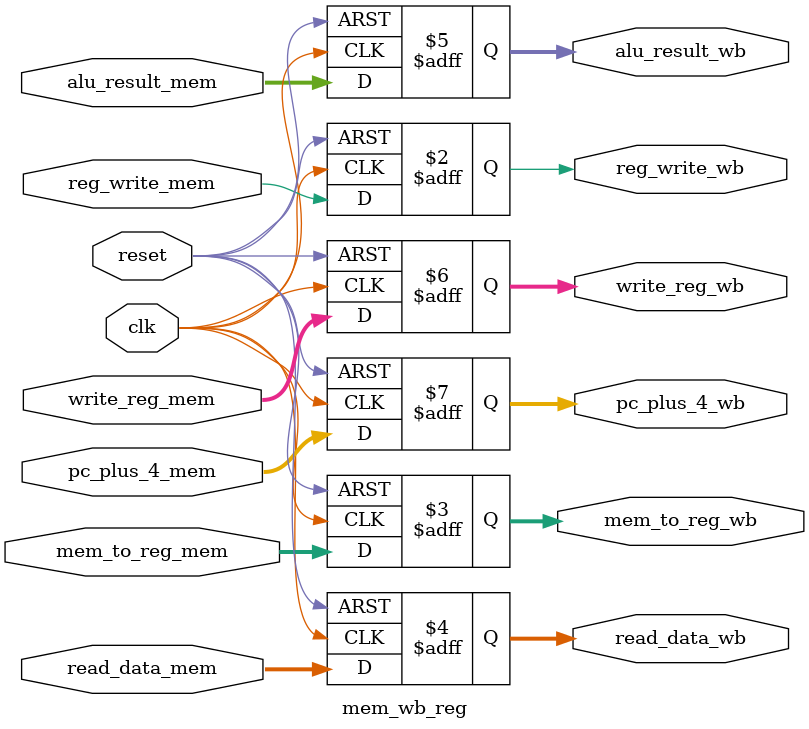
<source format=v>
`timescale 1ns/1ns


module mem_wb_reg (
    input clk,
    input reset,

    // Control Signals
    input reg_write_mem, 
    input [1:0] mem_to_reg_mem,

    // Data
    input [31:0] read_data_mem,  // Data from Memory
    input [31:0] alu_result_mem, // Data from ALU
    input [4:0] write_reg_mem,
    input [31:0] pc_plus_4_mem,

    // Outputs
    output reg reg_write_wb, 
    output reg [1:0] mem_to_reg_wb,
    output reg [31:0] read_data_wb,
    output reg [31:0] alu_result_wb,
    output reg [4:0] write_reg_wb,
    output reg [31:0] pc_plus_4_wb
);

    always @(posedge clk or posedge reset) begin
        if (reset) begin
            reg_write_wb <= 0; mem_to_reg_wb <= 0;
            read_data_wb <= 0; alu_result_wb <= 0; write_reg_wb <= 0;
            pc_plus_4_wb <= 0;
        end
        else begin
            reg_write_wb <= reg_write_mem; mem_to_reg_wb <= mem_to_reg_mem;
            read_data_wb <= read_data_mem; alu_result_wb <= alu_result_mem;
            write_reg_wb <= write_reg_mem;
            pc_plus_4_wb <= pc_plus_4_mem;
        end
    end
endmodule
</source>
